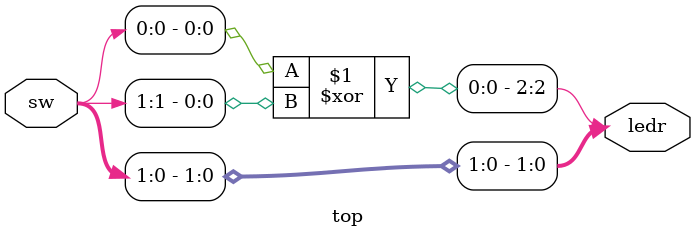
<source format=v>
module top(
  input [7:0] sw,
  output [15:0] ledr
);
  assign ledr[0] = sw[0];
  assign ledr[1] = sw[1];
  assign ledr[2] = sw[0] ^ sw[1];
endmodule

</source>
